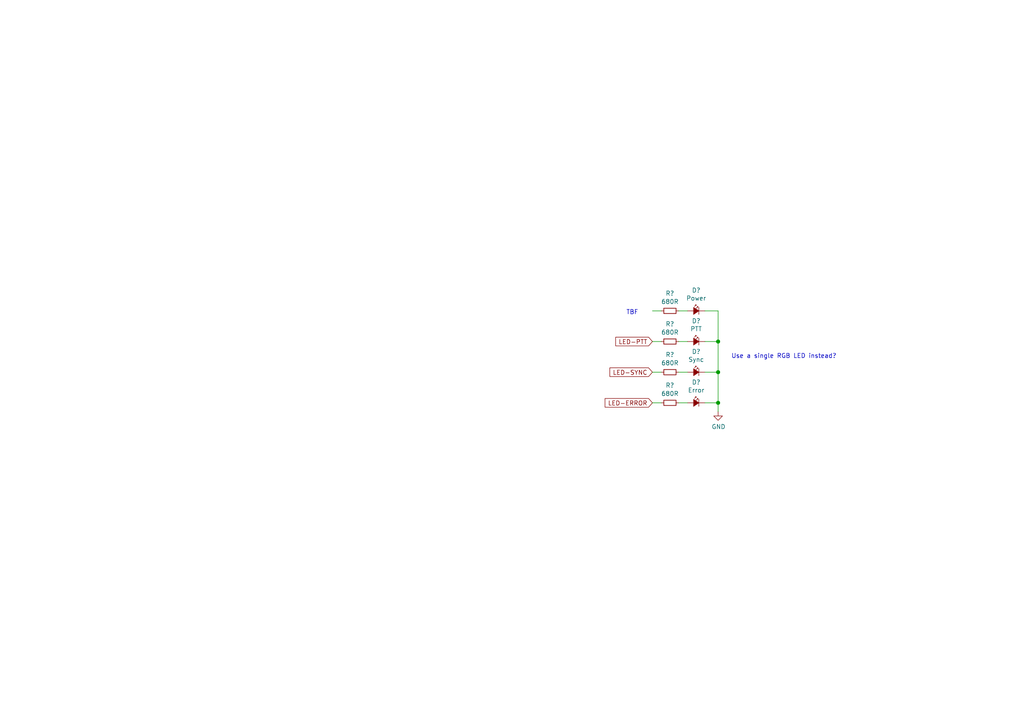
<source format=kicad_sch>
(kicad_sch (version 20211123) (generator eeschema)
  (paper "A4")
  (title_block (title "Mini17 - QRP M17 handheld") (date "2022-07-25") (rev "A") (company "M17 Project"))
  (lib_symbols
    (symbol "pkl_device:pkl_Led_Small" (pin_numbers hide) (pin_names (offset 0.254) hide)
      (property "Reference" "D" (at -1.27 2.54 0))
      (property "Value" "pkl_Led_Small" (at -3.81 -2.032 0))
      (symbol "pkl_Led_Small_0_1"
        (polyline (pts (xy 0.762 -1.016) (xy 0.762 1.016)))
        (polyline (pts (xy -0.762 -1.016) (xy 0.762 0) (xy -0.762 1.016) (xy -0.762 -1.016)) (fill (type outline)))
        (polyline (pts (xy -0.508 1.27) (xy 0 1.778) (xy -0.254 1.778) (xy 0 1.778) (xy 0 1.524)))
        (polyline (pts (xy 0 0.762) (xy 0.508 1.27) (xy 0.254 1.27) (xy 0.508 1.27) (xy 0.508 1.016)))
      )
      (symbol "pkl_Led_Small_1_1"
        (pin passive line (at -2.54 0 0) (length 1.778) (name "A") (number "A"))
        (pin passive line (at 2.54 0 180) (length 1.778) (name "C") (number "C"))
      )
    )
    (symbol "pkl_device:pkl_R_Small" (pin_numbers hide) (pin_names (offset 0.254) hide)
      (property "Reference" "R" (at 0.762 0.508 0))
      (property "Value" "pkl_R_Small" (at 0.762 -1.016 0))
      (symbol "pkl_R_Small_0_1"
        (rectangle (start -0.762 1.778) (end 0.762 -1.778) (stroke (width 0.2032)))
      )
      (symbol "pkl_R_Small_1_1"
        (pin passive line (at 0 2.54 270) (length 0.762) (name "~") (number "1"))
        (pin passive line (at 0 -2.54 90) (length 0.762) (name "~") (number "2"))
      )
    )
    (symbol "power:GND" (power) (pin_names (offset 0))
      (property "Value" "GND" (at 0 -3.81 0))
      (symbol "GND_0_1"
        (polyline (pts (xy 0 0) (xy 0 -1.27) (xy 1.27 -1.27) (xy 0 -2.54) (xy -1.27 -1.27) (xy 0 -1.27)))
      )
      (symbol "GND_1_1"
        (pin power_in line (at 0 0 270) (length 0) hide (name "GND") (number "1"))
      )
    )
  )
  (junction (at 208.28 107.95) (diameter 1.016))
  (junction (at 208.28 99.06) (diameter 1.016))
  (junction (at 208.28 116.84) (diameter 1.016))
  (wire (pts (xy 208.28 99.06) (xy 208.28 107.95)))
  (wire (pts (xy 196.85 90.17) (xy 199.39 90.17)))
  (wire (pts (xy 191.77 116.84) (xy 189.23 116.84)))
  (wire (pts (xy 204.47 90.17) (xy 208.28 90.17)))
  (wire (pts (xy 204.47 99.06) (xy 208.28 99.06)))
  (wire (pts (xy 208.28 116.84) (xy 208.28 119.38)))
  (wire (pts (xy 191.77 107.95) (xy 189.23 107.95)))
  (wire (pts (xy 191.77 99.06) (xy 189.23 99.06)))
  (wire (pts (xy 208.28 107.95) (xy 208.28 116.84)))
  (wire (pts (xy 208.28 90.17) (xy 208.28 99.06)))
  (wire (pts (xy 196.85 99.06) (xy 199.39 99.06)))
  (wire (pts (xy 191.77 90.17) (xy 189.23 90.17)))
  (wire (pts (xy 204.47 107.95) (xy 208.28 107.95)))
  (wire (pts (xy 196.85 107.95) (xy 199.39 107.95)))
  (wire (pts (xy 204.47 116.84) (xy 208.28 116.84)))
  (wire (pts (xy 196.85 116.84) (xy 199.39 116.84)))
  (text "TBF" (at 181.61 91.44 0) (effects (font (size 1.27 1.27)) (justify left bottom)))
  (text "Use a single RGB LED instead?" (at 212.09 104.14 0) (effects (font (size 1.27 1.27)) (justify left bottom)))
  (global_label "LED-PTT" (shape input) (at 189.23 99.06 180) (property "Intersheet References" "${INTERSHEET_REFS}" (effects hide)))
  (global_label "LED-SYNC" (shape input) (at 189.23 107.95 180) (property "Intersheet References" "${INTERSHEET_REFS}" (effects hide)))
  (global_label "LED-ERROR" (shape input) (at 189.23 116.84 180) (property "Intersheet References" "${INTERSHEET_REFS}" (effects hide)))
  (symbol (lib_id "pkl_device:pkl_R_Small") (at 194.31 116.84 270) (unit 1)
    (property "Reference" "R?" (at 194.31 111.76 90))
    (property "Value" "680R" (at 194.31 114.173 90))
    (property "Footprint" "pkl_dipol:R_0603" (effects hide))
  )
  (symbol (lib_id "pkl_device:pkl_Led_Small") (at 201.93 116.84 0) (unit 1)
    (property "Reference" "D?" (at 201.93 110.871 0))
    (property "Value" "Error" (at 201.93 113.1824 0))
    (property "Footprint" "pkl_dipol:D_0603" (effects hide))
  )
  (symbol (lib_id "pkl_device:pkl_Led_Small") (at 201.93 99.06 0) (unit 1)
    (property "Reference" "D?" (at 201.93 93.091 0))
    (property "Value" "PTT" (at 201.93 95.4024 0))
    (property "Footprint" "pkl_dipol:D_0603" (effects hide))
  )
  (symbol (lib_id "pkl_device:pkl_Led_Small") (at 201.93 107.95 0) (unit 1)
    (property "Reference" "D?" (at 201.93 101.981 0))
    (property "Value" "Sync" (at 201.93 104.2924 0))
    (property "Footprint" "pkl_dipol:D_0603" (effects hide))
  )
  (symbol (lib_id "pkl_device:pkl_Led_Small") (at 201.93 90.17 0) (unit 1)
    (property "Reference" "D?" (at 201.93 84.201 0))
    (property "Value" "Power" (at 201.93 86.5124 0))
    (property "Footprint" "pkl_dipol:D_0603" (effects hide))
  )
  (symbol (lib_id "pkl_device:pkl_R_Small") (at 194.31 107.95 270) (unit 1)
    (property "Reference" "R?" (at 194.31 102.87 90))
    (property "Value" "680R" (at 194.31 105.283 90))
    (property "Footprint" "pkl_dipol:R_0603" (effects hide))
  )
  (symbol (lib_id "pkl_device:pkl_R_Small") (at 194.31 90.17 270) (unit 1)
    (property "Reference" "R?" (at 194.31 85.09 90))
    (property "Value" "680R" (at 194.31 87.503 90))
    (property "Footprint" "pkl_dipol:R_0603" (effects hide))
  )
  (symbol (lib_id "pkl_device:pkl_R_Small") (at 194.31 99.06 270) (unit 1)
    (property "Reference" "R?" (at 194.31 93.98 90))
    (property "Value" "680R" (at 194.31 96.393 90))
    (property "Footprint" "pkl_dipol:R_0603" (effects hide))
  )
  (symbol (lib_id "power:GND") (at 208.28 119.38 0) (unit 1)
    (property "Reference" "#PWR?" (effects hide))
    (property "Value" "GND" (at 208.407 123.7742 0))
  )
)
</source>
